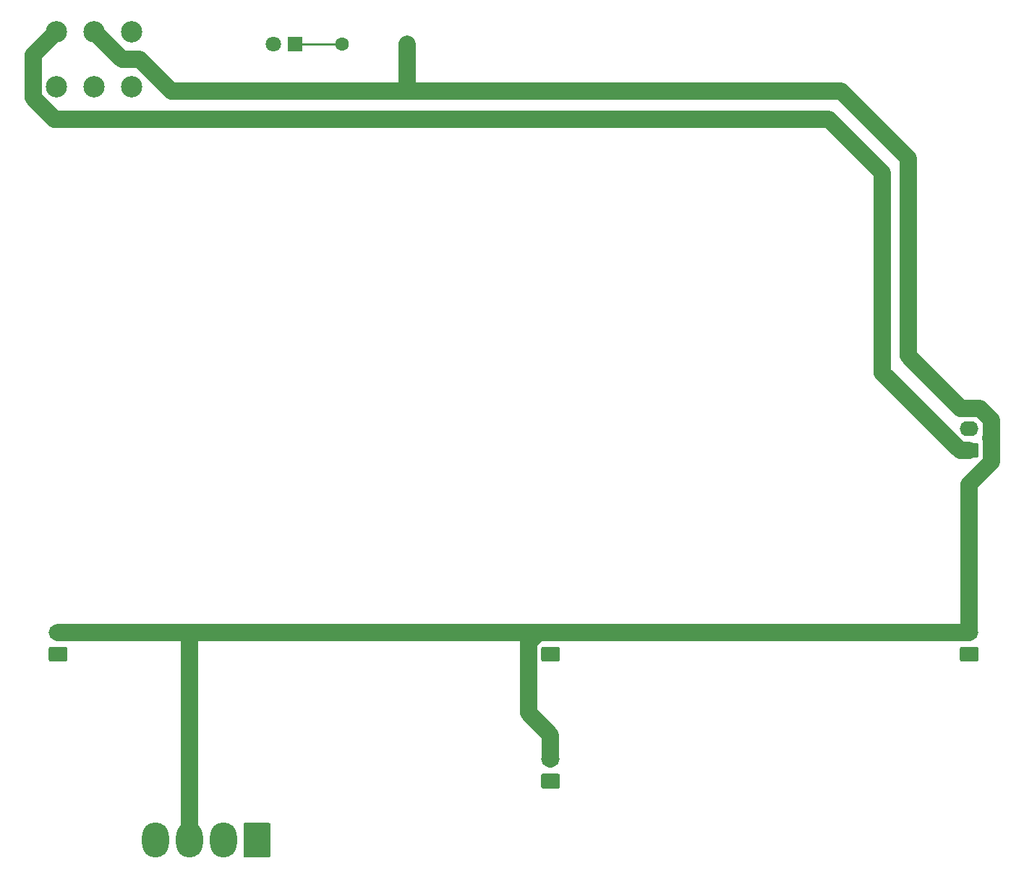
<source format=gbr>
G04 #@! TF.GenerationSoftware,KiCad,Pcbnew,(5.1.5-0-10_14)*
G04 #@! TF.CreationDate,2020-10-31T12:06:31+01:00*
G04 #@! TF.ProjectId,ti99-psu,74693939-2d70-4737-952e-6b696361645f,rev?*
G04 #@! TF.SameCoordinates,Original*
G04 #@! TF.FileFunction,Copper,L2,Bot*
G04 #@! TF.FilePolarity,Positive*
%FSLAX46Y46*%
G04 Gerber Fmt 4.6, Leading zero omitted, Abs format (unit mm)*
G04 Created by KiCad (PCBNEW (5.1.5-0-10_14)) date 2020-10-31 12:06:31*
%MOMM*%
%LPD*%
G04 APERTURE LIST*
%ADD10C,1.800000*%
%ADD11R,1.800000X1.800000*%
%ADD12C,2.500000*%
%ADD13O,3.160000X4.100000*%
%ADD14C,0.100000*%
%ADD15O,1.600000X1.600000*%
%ADD16C,1.600000*%
%ADD17O,2.200000X1.740000*%
%ADD18C,2.000000*%
%ADD19C,0.250000*%
G04 APERTURE END LIST*
D10*
X68262500Y-51625500D03*
D11*
X70802500Y-51625500D03*
D12*
X51689500Y-56578500D03*
X47274500Y-56578500D03*
X42859500Y-56578500D03*
X51689500Y-50141500D03*
X47274500Y-50141500D03*
X42859500Y-50141500D03*
D13*
X54460000Y-144843500D03*
X58420000Y-144843500D03*
X62380000Y-144843500D03*
G04 #@! TA.AperFunction,ComponentPad*
D14*
G36*
X67694504Y-142794704D02*
G01*
X67718773Y-142798304D01*
X67742571Y-142804265D01*
X67765671Y-142812530D01*
X67787849Y-142823020D01*
X67808893Y-142835633D01*
X67828598Y-142850247D01*
X67846777Y-142866723D01*
X67863253Y-142884902D01*
X67877867Y-142904607D01*
X67890480Y-142925651D01*
X67900970Y-142947829D01*
X67909235Y-142970929D01*
X67915196Y-142994727D01*
X67918796Y-143018996D01*
X67920000Y-143043500D01*
X67920000Y-146643500D01*
X67918796Y-146668004D01*
X67915196Y-146692273D01*
X67909235Y-146716071D01*
X67900970Y-146739171D01*
X67890480Y-146761349D01*
X67877867Y-146782393D01*
X67863253Y-146802098D01*
X67846777Y-146820277D01*
X67828598Y-146836753D01*
X67808893Y-146851367D01*
X67787849Y-146863980D01*
X67765671Y-146874470D01*
X67742571Y-146882735D01*
X67718773Y-146888696D01*
X67694504Y-146892296D01*
X67670000Y-146893500D01*
X65010000Y-146893500D01*
X64985496Y-146892296D01*
X64961227Y-146888696D01*
X64937429Y-146882735D01*
X64914329Y-146874470D01*
X64892151Y-146863980D01*
X64871107Y-146851367D01*
X64851402Y-146836753D01*
X64833223Y-146820277D01*
X64816747Y-146802098D01*
X64802133Y-146782393D01*
X64789520Y-146761349D01*
X64779030Y-146739171D01*
X64770765Y-146716071D01*
X64764804Y-146692273D01*
X64761204Y-146668004D01*
X64760000Y-146643500D01*
X64760000Y-143043500D01*
X64761204Y-143018996D01*
X64764804Y-142994727D01*
X64770765Y-142970929D01*
X64779030Y-142947829D01*
X64789520Y-142925651D01*
X64802133Y-142904607D01*
X64816747Y-142884902D01*
X64833223Y-142866723D01*
X64851402Y-142850247D01*
X64871107Y-142835633D01*
X64892151Y-142823020D01*
X64914329Y-142812530D01*
X64937429Y-142804265D01*
X64961227Y-142798304D01*
X64985496Y-142794704D01*
X65010000Y-142793500D01*
X67670000Y-142793500D01*
X67694504Y-142794704D01*
G37*
G04 #@! TD.AperFunction*
D15*
X83883500Y-51625500D03*
D16*
X76263500Y-51625500D03*
D17*
X100711000Y-135382000D03*
G04 #@! TA.AperFunction,ComponentPad*
D14*
G36*
X101585505Y-137053204D02*
G01*
X101609773Y-137056804D01*
X101633572Y-137062765D01*
X101656671Y-137071030D01*
X101678850Y-137081520D01*
X101699893Y-137094132D01*
X101719599Y-137108747D01*
X101737777Y-137125223D01*
X101754253Y-137143401D01*
X101768868Y-137163107D01*
X101781480Y-137184150D01*
X101791970Y-137206329D01*
X101800235Y-137229428D01*
X101806196Y-137253227D01*
X101809796Y-137277495D01*
X101811000Y-137301999D01*
X101811000Y-138542001D01*
X101809796Y-138566505D01*
X101806196Y-138590773D01*
X101800235Y-138614572D01*
X101791970Y-138637671D01*
X101781480Y-138659850D01*
X101768868Y-138680893D01*
X101754253Y-138700599D01*
X101737777Y-138718777D01*
X101719599Y-138735253D01*
X101699893Y-138749868D01*
X101678850Y-138762480D01*
X101656671Y-138772970D01*
X101633572Y-138781235D01*
X101609773Y-138787196D01*
X101585505Y-138790796D01*
X101561001Y-138792000D01*
X99860999Y-138792000D01*
X99836495Y-138790796D01*
X99812227Y-138787196D01*
X99788428Y-138781235D01*
X99765329Y-138772970D01*
X99743150Y-138762480D01*
X99722107Y-138749868D01*
X99702401Y-138735253D01*
X99684223Y-138718777D01*
X99667747Y-138700599D01*
X99653132Y-138680893D01*
X99640520Y-138659850D01*
X99630030Y-138637671D01*
X99621765Y-138614572D01*
X99615804Y-138590773D01*
X99612204Y-138566505D01*
X99611000Y-138542001D01*
X99611000Y-137301999D01*
X99612204Y-137277495D01*
X99615804Y-137253227D01*
X99621765Y-137229428D01*
X99630030Y-137206329D01*
X99640520Y-137184150D01*
X99653132Y-137163107D01*
X99667747Y-137143401D01*
X99684223Y-137125223D01*
X99702401Y-137108747D01*
X99722107Y-137094132D01*
X99743150Y-137081520D01*
X99765329Y-137071030D01*
X99788428Y-137062765D01*
X99812227Y-137056804D01*
X99836495Y-137053204D01*
X99860999Y-137052000D01*
X101561001Y-137052000D01*
X101585505Y-137053204D01*
G37*
G04 #@! TD.AperFunction*
D17*
X149733000Y-120523000D03*
G04 #@! TA.AperFunction,ComponentPad*
D14*
G36*
X150607505Y-122194204D02*
G01*
X150631773Y-122197804D01*
X150655572Y-122203765D01*
X150678671Y-122212030D01*
X150700850Y-122222520D01*
X150721893Y-122235132D01*
X150741599Y-122249747D01*
X150759777Y-122266223D01*
X150776253Y-122284401D01*
X150790868Y-122304107D01*
X150803480Y-122325150D01*
X150813970Y-122347329D01*
X150822235Y-122370428D01*
X150828196Y-122394227D01*
X150831796Y-122418495D01*
X150833000Y-122442999D01*
X150833000Y-123683001D01*
X150831796Y-123707505D01*
X150828196Y-123731773D01*
X150822235Y-123755572D01*
X150813970Y-123778671D01*
X150803480Y-123800850D01*
X150790868Y-123821893D01*
X150776253Y-123841599D01*
X150759777Y-123859777D01*
X150741599Y-123876253D01*
X150721893Y-123890868D01*
X150700850Y-123903480D01*
X150678671Y-123913970D01*
X150655572Y-123922235D01*
X150631773Y-123928196D01*
X150607505Y-123931796D01*
X150583001Y-123933000D01*
X148882999Y-123933000D01*
X148858495Y-123931796D01*
X148834227Y-123928196D01*
X148810428Y-123922235D01*
X148787329Y-123913970D01*
X148765150Y-123903480D01*
X148744107Y-123890868D01*
X148724401Y-123876253D01*
X148706223Y-123859777D01*
X148689747Y-123841599D01*
X148675132Y-123821893D01*
X148662520Y-123800850D01*
X148652030Y-123778671D01*
X148643765Y-123755572D01*
X148637804Y-123731773D01*
X148634204Y-123707505D01*
X148633000Y-123683001D01*
X148633000Y-122442999D01*
X148634204Y-122418495D01*
X148637804Y-122394227D01*
X148643765Y-122370428D01*
X148652030Y-122347329D01*
X148662520Y-122325150D01*
X148675132Y-122304107D01*
X148689747Y-122284401D01*
X148706223Y-122266223D01*
X148724401Y-122249747D01*
X148744107Y-122235132D01*
X148765150Y-122222520D01*
X148787329Y-122212030D01*
X148810428Y-122203765D01*
X148834227Y-122197804D01*
X148858495Y-122194204D01*
X148882999Y-122193000D01*
X150583001Y-122193000D01*
X150607505Y-122194204D01*
G37*
G04 #@! TD.AperFunction*
D17*
X43053000Y-120523000D03*
G04 #@! TA.AperFunction,ComponentPad*
D14*
G36*
X43927505Y-122194204D02*
G01*
X43951773Y-122197804D01*
X43975572Y-122203765D01*
X43998671Y-122212030D01*
X44020850Y-122222520D01*
X44041893Y-122235132D01*
X44061599Y-122249747D01*
X44079777Y-122266223D01*
X44096253Y-122284401D01*
X44110868Y-122304107D01*
X44123480Y-122325150D01*
X44133970Y-122347329D01*
X44142235Y-122370428D01*
X44148196Y-122394227D01*
X44151796Y-122418495D01*
X44153000Y-122442999D01*
X44153000Y-123683001D01*
X44151796Y-123707505D01*
X44148196Y-123731773D01*
X44142235Y-123755572D01*
X44133970Y-123778671D01*
X44123480Y-123800850D01*
X44110868Y-123821893D01*
X44096253Y-123841599D01*
X44079777Y-123859777D01*
X44061599Y-123876253D01*
X44041893Y-123890868D01*
X44020850Y-123903480D01*
X43998671Y-123913970D01*
X43975572Y-123922235D01*
X43951773Y-123928196D01*
X43927505Y-123931796D01*
X43903001Y-123933000D01*
X42202999Y-123933000D01*
X42178495Y-123931796D01*
X42154227Y-123928196D01*
X42130428Y-123922235D01*
X42107329Y-123913970D01*
X42085150Y-123903480D01*
X42064107Y-123890868D01*
X42044401Y-123876253D01*
X42026223Y-123859777D01*
X42009747Y-123841599D01*
X41995132Y-123821893D01*
X41982520Y-123800850D01*
X41972030Y-123778671D01*
X41963765Y-123755572D01*
X41957804Y-123731773D01*
X41954204Y-123707505D01*
X41953000Y-123683001D01*
X41953000Y-122442999D01*
X41954204Y-122418495D01*
X41957804Y-122394227D01*
X41963765Y-122370428D01*
X41972030Y-122347329D01*
X41982520Y-122325150D01*
X41995132Y-122304107D01*
X42009747Y-122284401D01*
X42026223Y-122266223D01*
X42044401Y-122249747D01*
X42064107Y-122235132D01*
X42085150Y-122222520D01*
X42107329Y-122212030D01*
X42130428Y-122203765D01*
X42154227Y-122197804D01*
X42178495Y-122194204D01*
X42202999Y-122193000D01*
X43903001Y-122193000D01*
X43927505Y-122194204D01*
G37*
G04 #@! TD.AperFunction*
D17*
X100711000Y-120523000D03*
G04 #@! TA.AperFunction,ComponentPad*
D14*
G36*
X101585505Y-122194204D02*
G01*
X101609773Y-122197804D01*
X101633572Y-122203765D01*
X101656671Y-122212030D01*
X101678850Y-122222520D01*
X101699893Y-122235132D01*
X101719599Y-122249747D01*
X101737777Y-122266223D01*
X101754253Y-122284401D01*
X101768868Y-122304107D01*
X101781480Y-122325150D01*
X101791970Y-122347329D01*
X101800235Y-122370428D01*
X101806196Y-122394227D01*
X101809796Y-122418495D01*
X101811000Y-122442999D01*
X101811000Y-123683001D01*
X101809796Y-123707505D01*
X101806196Y-123731773D01*
X101800235Y-123755572D01*
X101791970Y-123778671D01*
X101781480Y-123800850D01*
X101768868Y-123821893D01*
X101754253Y-123841599D01*
X101737777Y-123859777D01*
X101719599Y-123876253D01*
X101699893Y-123890868D01*
X101678850Y-123903480D01*
X101656671Y-123913970D01*
X101633572Y-123922235D01*
X101609773Y-123928196D01*
X101585505Y-123931796D01*
X101561001Y-123933000D01*
X99860999Y-123933000D01*
X99836495Y-123931796D01*
X99812227Y-123928196D01*
X99788428Y-123922235D01*
X99765329Y-123913970D01*
X99743150Y-123903480D01*
X99722107Y-123890868D01*
X99702401Y-123876253D01*
X99684223Y-123859777D01*
X99667747Y-123841599D01*
X99653132Y-123821893D01*
X99640520Y-123800850D01*
X99630030Y-123778671D01*
X99621765Y-123755572D01*
X99615804Y-123731773D01*
X99612204Y-123707505D01*
X99611000Y-123683001D01*
X99611000Y-122442999D01*
X99612204Y-122418495D01*
X99615804Y-122394227D01*
X99621765Y-122370428D01*
X99630030Y-122347329D01*
X99640520Y-122325150D01*
X99653132Y-122304107D01*
X99667747Y-122284401D01*
X99684223Y-122266223D01*
X99702401Y-122249747D01*
X99722107Y-122235132D01*
X99743150Y-122222520D01*
X99765329Y-122212030D01*
X99788428Y-122203765D01*
X99812227Y-122197804D01*
X99836495Y-122194204D01*
X99860999Y-122193000D01*
X101561001Y-122193000D01*
X101585505Y-122194204D01*
G37*
G04 #@! TD.AperFunction*
D17*
X149733000Y-96647000D03*
G04 #@! TA.AperFunction,ComponentPad*
D14*
G36*
X150607505Y-98318204D02*
G01*
X150631773Y-98321804D01*
X150655572Y-98327765D01*
X150678671Y-98336030D01*
X150700850Y-98346520D01*
X150721893Y-98359132D01*
X150741599Y-98373747D01*
X150759777Y-98390223D01*
X150776253Y-98408401D01*
X150790868Y-98428107D01*
X150803480Y-98449150D01*
X150813970Y-98471329D01*
X150822235Y-98494428D01*
X150828196Y-98518227D01*
X150831796Y-98542495D01*
X150833000Y-98566999D01*
X150833000Y-99807001D01*
X150831796Y-99831505D01*
X150828196Y-99855773D01*
X150822235Y-99879572D01*
X150813970Y-99902671D01*
X150803480Y-99924850D01*
X150790868Y-99945893D01*
X150776253Y-99965599D01*
X150759777Y-99983777D01*
X150741599Y-100000253D01*
X150721893Y-100014868D01*
X150700850Y-100027480D01*
X150678671Y-100037970D01*
X150655572Y-100046235D01*
X150631773Y-100052196D01*
X150607505Y-100055796D01*
X150583001Y-100057000D01*
X148882999Y-100057000D01*
X148858495Y-100055796D01*
X148834227Y-100052196D01*
X148810428Y-100046235D01*
X148787329Y-100037970D01*
X148765150Y-100027480D01*
X148744107Y-100014868D01*
X148724401Y-100000253D01*
X148706223Y-99983777D01*
X148689747Y-99965599D01*
X148675132Y-99945893D01*
X148662520Y-99924850D01*
X148652030Y-99902671D01*
X148643765Y-99879572D01*
X148637804Y-99855773D01*
X148634204Y-99831505D01*
X148633000Y-99807001D01*
X148633000Y-98566999D01*
X148634204Y-98542495D01*
X148637804Y-98518227D01*
X148643765Y-98494428D01*
X148652030Y-98471329D01*
X148662520Y-98449150D01*
X148675132Y-98428107D01*
X148689747Y-98408401D01*
X148706223Y-98390223D01*
X148724401Y-98373747D01*
X148744107Y-98359132D01*
X148765150Y-98346520D01*
X148787329Y-98336030D01*
X148810428Y-98327765D01*
X148834227Y-98321804D01*
X148858495Y-98318204D01*
X148882999Y-98317000D01*
X150583001Y-98317000D01*
X150607505Y-98318204D01*
G37*
G04 #@! TD.AperFunction*
D18*
X51689500Y-56578500D02*
X51689500Y-56325000D01*
D19*
X70802500Y-51625500D02*
X76263500Y-51625500D01*
D18*
X139580760Y-90114260D02*
X148653500Y-99187000D01*
X133280586Y-60388500D02*
X139580760Y-66688674D01*
X139580760Y-66688674D02*
X139580760Y-90114260D01*
X42599498Y-60388500D02*
X133280586Y-60388500D01*
X148653500Y-99187000D02*
X149733000Y-99187000D01*
X40109499Y-57898501D02*
X42599498Y-60388500D01*
X40109499Y-52891501D02*
X40109499Y-57898501D01*
X42859500Y-50141500D02*
X40109499Y-52891501D01*
X58420000Y-140793500D02*
X58420000Y-120523000D01*
X58420000Y-144843500D02*
X58420000Y-140793500D01*
X100711000Y-120523000D02*
X58420000Y-120523000D01*
X103811000Y-120523000D02*
X100711000Y-120523000D01*
X149733000Y-120523000D02*
X103811000Y-120523000D01*
X98110990Y-129911990D02*
X100711000Y-132512000D01*
X98110990Y-121718120D02*
X98110990Y-129911990D01*
X99306110Y-120523000D02*
X98110990Y-121718120D01*
X100711000Y-132512000D02*
X100711000Y-135382000D01*
X100711000Y-120523000D02*
X99306110Y-120523000D01*
X48069500Y-120523000D02*
X58420000Y-120523000D01*
X43053000Y-120523000D02*
X48069500Y-120523000D01*
X56331002Y-57150000D02*
X52584502Y-53403500D01*
X50536500Y-53403500D02*
X47274500Y-50141500D01*
X52584502Y-53403500D02*
X50536500Y-53403500D01*
X84010500Y-57150000D02*
X83883500Y-57023000D01*
X83883500Y-57023000D02*
X83883500Y-51625500D01*
X84010500Y-57150000D02*
X56331002Y-57150000D01*
X134747000Y-57150000D02*
X84010500Y-57150000D01*
X142557500Y-64960500D02*
X134747000Y-57150000D01*
X152333010Y-97842120D02*
X152226295Y-97735405D01*
X142557500Y-88138000D02*
X142557500Y-64960500D01*
X152226295Y-97735405D02*
X152333010Y-97628690D01*
X152333010Y-97628690D02*
X152333010Y-95665310D01*
X152333010Y-95665310D02*
X150944690Y-94276990D01*
X149733000Y-120523000D02*
X149733000Y-103131890D01*
X152333010Y-100531880D02*
X152333010Y-97842120D01*
X148696490Y-94276990D02*
X142557500Y-88138000D01*
X150944690Y-94276990D02*
X148696490Y-94276990D01*
X149733000Y-103131890D02*
X152333010Y-100531880D01*
M02*

</source>
